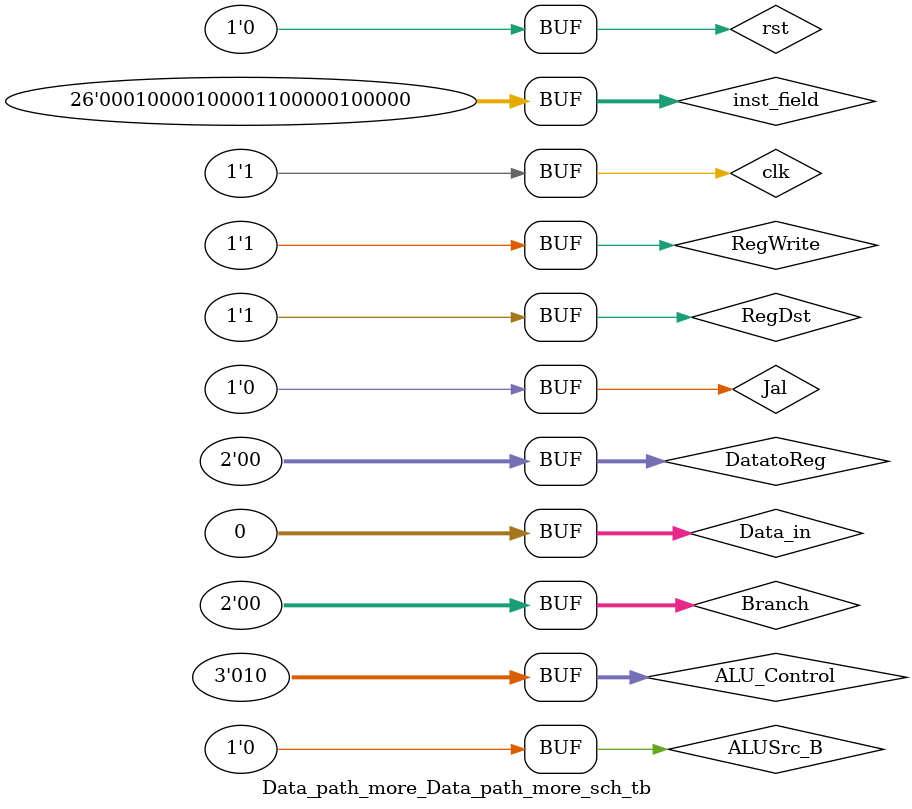
<source format=v>

`timescale 1ns / 1ps

module Data_path_more_Data_path_more_sch_tb();

// Inputs
   reg clk;
   reg rst;
   reg [1:0] Branch;
   reg [2:0] ALU_Control;
   reg ALUSrc_B;
   reg RegWrite;
   reg [31:0] Data_in;
   reg [1:0] DatatoReg;
   reg RegDst;
   reg Jal;
   reg [25:0] inst_field;

// Output
   wire [31:0] PC_out;
   wire zero;
   wire [31:0] ALU_out;
   wire overflow;
   wire [31:0] Data_out;

// Bidirs

// Instantiate the UUT
   Data_path_more UUT (
		.PC_out(PC_out), 
		.clk(clk), 
		.rst(rst), 
		.Branch(Branch), 
		.ALU_Control(ALU_Control), 
		.zero(zero), 
		.ALU_out(ALU_out), 
		.overflow(overflow), 
		.Data_out(Data_out), 
		.ALUSrc_B(ALUSrc_B), 
		.RegWrite(RegWrite), 
		.Data_in(Data_in), 
		.DatatoReg(DatatoReg), 
		.RegDst(RegDst), 
		.Jal(Jal), 
		.inst_field(inst_field)
   );
// Initialize Inputs
      initial begin
		clk = 0;
		rst = 0;
		Branch = 0;
		ALU_Control = 0;
		ALUSrc_B = 0;
		RegWrite = 0;
		Data_in = 0;
		DatatoReg = 0;
		RegDst = 0;
		Jal = 0;
		inst_field = 0;

		#20
		
		rst = 0;
		
		ALU_Control = 3'b100;
		RegWrite = 1;
		RegDst = 1;
		inst_field = 26'b00000_00000_00001_00000_100111;
		#20;
		
		ALU_Control = 3'b111;
		inst_field = 26'b00000_00001_00010_00000_101010;
		#20;
		
		Branch = 0;
		ALU_Control = 3'b010;
		ALUSrc_B = 0;
		RegWrite = 1;
		RegDst = 1;
		inst_field = 26'b00010_00010_00011_00000_100000;
		#20;
		
		end
		
		always begin
			clk=0;#10;
			clk=1;#10;
		end
		
endmodule

</source>
